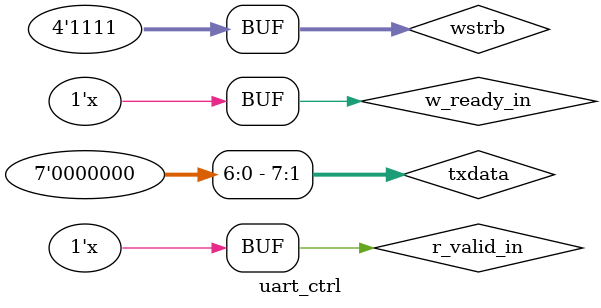
<source format=sv>
`timescale 1ns / 1ps


module uart_ctrl(
/*        input logic clk, rst, rx, //w_ready_write,
        input logic rw_en, 
        //output w_ready_out,
        //input r_valid_write,
        //output r_valid_out,
//        inout logic w_ready, r_valid,
        inout logic [1:0] rw, 
        input logic [7:0] txdata,
        output logic [7:0] rxdata,
        output logic tx*/
        mmio_bus mbus
    );
    
    logic clk, rst, rx, tx, rw_en;
    logic [7:0] txdata, rxdata; 
    
    always_comb begin
        clk = mbus.clk;
        rst = mbus.Rst; 
        rx = mbus.rx;
        txdata = mbus.txdata;
        rw_en = mbus.rw_en;
        mbus.tx = tx;
        mbus.rxdata = rxdata;
        
    end
    
    enum {init, ena} state;
    
    logic aclk, aresetn, interrupt, awvalid, awready;
    logic wvalid, wready, bvalid, bready, arvalid, arready;
    logic rvalid, rready; 
    logic [3:0] awaddr, wstrb, araddr;
    logic [31:0] wdata, rdata; 
    logic [1:0] bresp, rresp;
    
    //logic w_ready_in, w_ready_out, r_valid_in, r_valid_out; 
    logic drive_w_ready, drive_r_valid;
    logic w_ready_last;
    logic intr_ena, tx_full, tx_empty, rx_full, rx_valid;
    logic w_hold, r_hold;
    logic r_status; 
        
    logic w_ready, r_valid;
    logic w_ready_in, r_valid_in;
//    assign w_ready = w_ready_write ? 1'b0 : w_ready; 
    //assign w_ready_out = w_ready; 
    
//    assign r_valid = r_valid_write ? 1'b0 : r_valid; 
    //assign r_valid_out = r_valid;
    
    assign mbus.rw = {r_valid, w_ready}; 
    assign r_valid_in = mbus.rw_in[1]; 
    assign w_ready_in = mbus.rw_in[0];
//    assign mbus.rw = rw_en ? 2'bz : {r_valid, w_ready};
//    assign mbus.rw = rw_en ? 2'b00 : {r_valid, w_ready};
//    assign r_valid_in = mbus.rw[1];
//    assign w_ready_in = mbus.rw[0];
////    assign w_ready = drive_w_ready ? w_ready_out : 1'bz;
//    assign w_ready = drive_w_ready ? w_ready_out : (w_write ? : w_ready);
//    assign w_ready_in = (w_ready == 1 || w_ready == 0) ? w_ready : w_ready_last; 
    
//    assign r_valid = drive_r_valid ? r_valid_out : 1'bz;
////    assign r_valid = drive_r_valid ? r_valid_out : r_valid;
//    assign r_valid_in = (r_valid == 1 || r_valid == 0) ? r_valid : r_valid_in; 
    
    
    assign aclk = clk;
    assign aresetn = ~rst; 
    assign wstrb = 4'b1111; 
    
    always_ff @(posedge clk) begin
        if (rst == 1) begin 
            r_valid <= 0;
            w_ready <= 0; 
            drive_w_ready <= 1;
            drive_r_valid <= 1;
            w_hold <= 0;
            r_hold <= 0;
            r_status <= 0;
            tx_full <= 0;
            tx_empty <= 1;
            rx_full <= 0;
            rx_valid <= 0;
            rxdata <= 0;
            state <= init;
        end else begin
//            if (w_ready_write == 1) w_ready <= 0; 
//            if (r_valid_write == 1) r_valid <= 0;
//            r_valid <= r_valid_in;
//            w_ready <= w_ready_in;
            case (state) 
                init : begin
                    if (w_hold == 0) begin
                        r_valid <= 0;
                        w_ready <= 0;
                        awaddr <= 4'hc; 
                        wdata <= 8'h13; 
                        awvalid <= 1;
                        wvalid <= 1; 
                        w_hold <= 1;
                    end 
                    if (awvalid == 1 && awready == 1) begin
                        awvalid <= 0;
                    end
                    if (wvalid == 1 && wready == 1) begin
                        wvalid <= 0; 
                        bready <= 1;
                    end
                    if (bvalid == 1 && bready == 1) begin
                        bready <= 0; 
                        drive_w_ready <= 1;
                        w_ready <= 1;
                        r_valid <= 0;
                        w_hold <= 0;
                        state <= ena; 
                    end 
//                    else begin
//                        drive_w_ready <= 0; 
//                    end
                end
                ena : begin
                    if (w_hold == 0) begin
                        drive_w_ready <= 0;
                        if (w_ready_in == 0 && tx_full == 0) begin
                            awaddr <= 4'h4;
                            wdata <= txdata; 
                            awvalid <= 1;
                            wvalid <= 1;
                            w_hold <= 1; 
                            w_ready <= 0;
                        end
                    end else if (w_hold == 1) begin
                        if (awvalid == 1 && awready == 1) begin
                            awvalid <= 0;
                        end
                        if (wvalid == 1 && wready == 1) begin
                            wvalid <= 0;
                            bready <= 1; 
                        end
                        if (bready == 1 && bvalid == 1) begin
                            bready <= 0;
                            w_hold <= 0; 
                            drive_w_ready <= 1;
                            w_ready <= 1;
                        end
                    end
                    
                    if (r_hold == 0) begin
                        drive_r_valid <= 0;
                        if (r_valid_in == 0 && rx_valid == 1) begin
                            araddr = 4'h0;
                            arvalid <= 1; 
                            r_hold <= 1;
                            r_status <= 0;
//                            r_valid <= 0;
                        end else begin
                            araddr = 4'h8;
                            arvalid <= 1;
                            r_hold <= 1;
                            r_status <= 1; 
                        end
                    end else if (r_hold == 1) begin
                        if (arvalid == 1 && arready == 1) begin
                            arvalid <= 0; 
                            rready <= 1;
                        end
                        if (rvalid == 1 && rready == 1) begin
                            rready <= 0; 
                            r_hold <= 0;
                            if (r_status == 1) begin
                                intr_ena <= rdata[4]; 
                                tx_full <= rdata[3];
                                tx_empty <= rdata[2];
                                rx_full <= rdata[1];
                                rx_valid <= rdata[0]; 
                            end else begin 
                                rxdata <= rdata[7:0]; 
                                drive_r_valid <= 1;
                                r_valid <= 1;
                                rx_valid <= 0;
                            end
                        end
                    end
//                    if (r_valid_in == 0 && rx_valid == 1 && r_hold == 0) begin
//                        araddr = 
//                    end
                    
                end
            endcase
        end
    end
    
    axi_uartlite_0 u0(.s_axi_aclk(aclk), .s_axi_aresetn(aresetn), .interrupt(interrupt),
        .s_axi_awaddr(awaddr), .s_axi_awvalid(awvalid), .s_axi_awready(awready), 
        .s_axi_wdata(wdata), .s_axi_wstrb(wstrb), .s_axi_wvalid(wvalid), .s_axi_wready(wready),
        .s_axi_bresp(bresp), .s_axi_bvalid(bvalid), .s_axi_bready(bready), .s_axi_araddr(araddr),
        .s_axi_arvalid(arvalid), .s_axi_arready(arready), .s_axi_rdata(rdata), 
        .s_axi_rresp(rresp), .s_axi_rvalid(rvalid), .s_axi_rready(rready), .rx(rx), .tx(tx)
        );
    
endmodule

</source>
